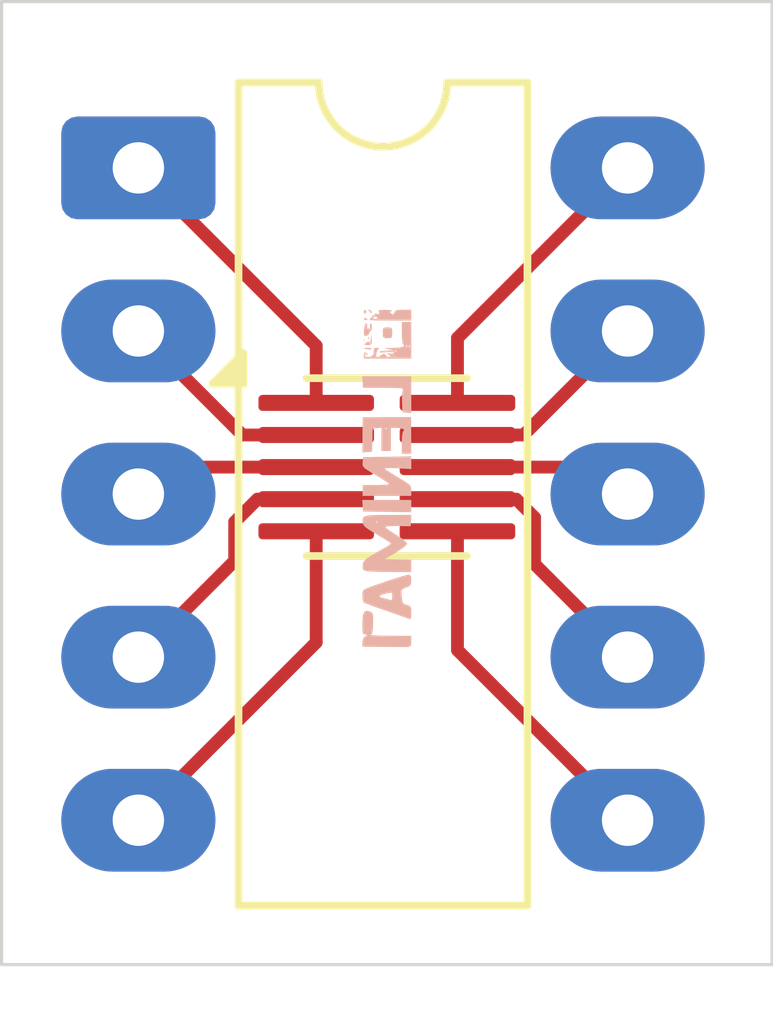
<source format=kicad_pcb>
(kicad_pcb (version 20241229) (generator "pcbnew") (generator_version "9.0")
  (layers (0 "F.Cu" signal) (2 "B.Cu" signal) (13 "F.Paste" user) (15 "B.Paste" user) (5 "F.SilkS" user "F.Silkscreen") (7 "B.SilkS" user "B.Silkscreen") (1 "F.Mask" user) (3 "B.Mask" user) (25 "Edge.Cuts" user))
  (net 0 "")
  (net 1 "6")
  (net 2 "3")
  (net 3 "9")
  (net 4 "10")
  (net 5 "5")
  (net 6 "2")
  (net 7 "8")
  (net 8 "1")
  (net 9 "7")
  (net 10 "4")
  (footprint "Package_DIP:DIP-10_W7.62mm_LongPads" (layer "F.Cu") (at 81.13 55.09)
    (property "Reference" "J1" (hide yes))
    (property "Value" "Conn_01x10")
    (fp_line (start 1.56 -1.33) (end 1.56 11.49) (stroke (width 0.12)) (layer "F.SilkS"))
    (fp_line (start 1.56 11.49) (end 6.06 11.49) (stroke (width 0.12)) (layer "F.SilkS"))
    (fp_line (start 2.81 -1.33) (end 1.56 -1.33) (stroke (width 0.12)) (layer "F.SilkS"))
    (fp_line (start 6.06 -1.33) (end 4.81 -1.33) (stroke (width 0.12)) (layer "F.SilkS"))
    (fp_line (start 6.06 11.49) (end 6.06 -1.33) (stroke (width 0.12)) (layer "F.SilkS"))
    (fp_arc (start 4.81 -1.33) (mid 3.81 -0.33) (end 2.81 -1.33) (stroke (width 0.12)) (layer "F.SilkS"))
    (pad "1" thru_hole roundrect (at 0 0) (size 2.4 1.6) (drill 0.8) (layers "*.Cu" "*.Mask") (roundrect_rratio 0.15625) (net 8 "1"))
    (pad "2" thru_hole oval (at 0 2.54) (size 2.4 1.6) (drill 0.8) (layers "*.Cu" "*.Mask") (net 6 "2"))
    (pad "3" thru_hole oval (at 0 5.08) (size 2.4 1.6) (drill 0.8) (layers "*.Cu" "*.Mask") (net 2 "3"))
    (pad "4" thru_hole oval (at 0 7.62) (size 2.4 1.6) (drill 0.8) (layers "*.Cu" "*.Mask") (net 10 "4"))
    (pad "5" thru_hole oval (at 0 10.16) (size 2.4 1.6) (drill 0.8) (layers "*.Cu" "*.Mask") (net 5 "5"))
    (pad "6" thru_hole oval (at 7.62 10.16) (size 2.4 1.6) (drill 0.8) (layers "*.Cu" "*.Mask") (net 1 "6"))
    (pad "7" thru_hole oval (at 7.62 7.62) (size 2.4 1.6) (drill 0.8) (layers "*.Cu" "*.Mask") (net 9 "7"))
    (pad "8" thru_hole oval (at 7.62 5.08) (size 2.4 1.6) (drill 0.8) (layers "*.Cu" "*.Mask") (net 7 "8"))
    (pad "9" thru_hole oval (at 7.62 2.54) (size 2.4 1.6) (drill 0.8) (layers "*.Cu" "*.Mask") (net 3 "9"))
    (pad "10" thru_hole oval (at 7.62 0) (size 2.4 1.6) (drill 0.8) (layers "*.Cu" "*.Mask") (net 4 "10"))
  )
  (footprint "Synth:Texas_DRX_WSON-10_2.5x2.5mm_P0.5mm_long-pads" (layer "F.Cu") (at 85 59.75)
    (property "Reference" "U1" (hide yes))
    (property "Value" "DAC80502")
    (fp_line (start -1.25 -1.385) (end 1.25 -1.385) (stroke (width 0.12)) (layer "F.SilkS"))
    (fp_line (start -1.25 1.385) (end 1.25 1.385) (stroke (width 0.12)) (layer "F.SilkS"))
    (fp_poly (pts (xy -2.235 -1.3) (xy -2.715 -1.3) (xy -2.235 -1.78) (xy -2.235 -1.3)) (stroke (width 0.12)) (fill yes) (layer "F.SilkS"))
    (pad "1" smd roundrect (at -1.1 -1) (size 1.8 0.25) (layers "F.Cu" "F.Mask" "F.Paste") (net 8 "1"))
    (pad "2" smd roundrect (at -1.1 -0.5) (size 1.8 0.25) (layers "F.Cu" "F.Mask" "F.Paste") (net 6 "2"))
    (pad "3" smd roundrect (at -1.1 0) (size 1.8 0.25) (layers "F.Cu" "F.Mask" "F.Paste") (net 2 "3"))
    (pad "4" smd roundrect (at -1.1 0.5) (size 1.8 0.25) (layers "F.Cu" "F.Mask" "F.Paste") (net 10 "4"))
    (pad "5" smd roundrect (at -1.1 1) (size 1.8 0.25) (layers "F.Cu" "F.Mask" "F.Paste") (net 5 "5"))
    (pad "6" smd roundrect (at 1.1 1) (size 1.8 0.25) (layers "F.Cu" "F.Mask" "F.Paste") (net 1 "6"))
    (pad "7" smd roundrect (at 1.1 0.5) (size 1.8 0.25) (layers "F.Cu" "F.Mask" "F.Paste") (net 9 "7"))
    (pad "8" smd roundrect (at 1.1 0) (size 1.8 0.25) (layers "F.Cu" "F.Mask" "F.Paste") (net 7 "8"))
    (pad "9" smd roundrect (at 1.1 -0.5) (size 1.8 0.25) (layers "F.Cu" "F.Mask" "F.Paste") (net 3 "9"))
    (pad "10" smd roundrect (at 1.1 -1) (size 1.8 0.25) (layers "F.Cu" "F.Mask" "F.Paste") (net 4 "10"))
  )
  (footprint "Synth:lenimal_logo_full" (layer "B.Cu") (at 85 60 -90)
    (property "Reference" "G***" (hide yes))
    (property "Value" "LOGO" (hide yes))
    (fp_poly (pts (xy -2.214562 0.34925) (xy -2.225145 0.338667) (xy -2.235728 0.34925) (xy -2.225145 0.359834)) (fill yes) (layer "B.SilkS"))
    (fp_poly (pts (xy -2.242784 0.289278) (xy -2.24569 0.276695) (xy -2.256895 0.275167) (xy -2.274318 0.282912) (xy -2.271006 0.289278) (xy -2.245886 0.291812)) (fill yes) (layer "B.SilkS"))
    (fp_poly (pts (xy 0.351896 0.376926) (xy 0.441854 0.370417) (xy 0.447634 -0.00529) (xy 0.453414 -0.380999) (xy 0.357676 -0.380999) (xy 0.261937 -0.380999) (xy 0.261937 0.001218) (xy 0.261937 0.383435)) (fill yes) (layer "B.SilkS"))
    (fp_poly (pts (xy -2.641477 0.348404) (xy -2.637895 0.338667) (xy -2.655039 0.319889) (xy -2.669645 0.3175) (xy -2.697813 0.32893) (xy -2.701395 0.338667) (xy -2.684251 0.357446) (xy -2.669645 0.359834)) (fill yes) (layer "B.SilkS"))
    (fp_poly (pts (xy -2.541093 0.342639) (xy -2.539117 0.328084) (xy -2.541575 0.29932) (xy -2.555004 0.305276) (xy -2.560284 0.310445) (xy -2.573899 0.339349) (xy -2.562784 0.358898) (xy -2.556756 0.359834)) (fill yes) (layer "B.SilkS"))
    (fp_poly (pts (xy -2.68495 0.28575) (xy -2.654606 0.252728) (xy -2.649996 0.248709) (xy -2.649812 0.235507) (xy -2.666117 0.232834) (xy -2.69585 0.25007) (xy -2.701071 0.269875) (xy -2.694282 0.291528)) (fill yes) (layer "B.SilkS"))
    (fp_poly (pts (xy -2.092124 0.341512) (xy -2.083196 0.297341) (xy -2.083047 0.296334) (xy -2.081533 0.252066) (xy -2.090752 0.232858) (xy -2.091228 0.232834) (xy -2.10352 0.251242) (xy -2.108727 0.295589) (xy -2.108728 0.296334) (xy -2.106354 0.340959) (xy -2.100634 0.35983) (xy -2.100548 0.359834)) (fill yes) (layer "B.SilkS"))
    (fp_poly (pts (xy -2.152537 0.337725) (xy -2.151062 0.297846) (xy -2.15375 0.257202) (xy -2.169682 0.239086) (xy -2.210656 0.235437) (xy -2.24102 0.236392) (xy -2.330978 0.23995) (xy -2.247524 0.248496) (xy -2.196258 0.257564) (xy -2.186929 0.270039) (xy -2.192748 0.274767) (xy -2.209233 0.29389) (xy -2.193037 0.320686) (xy -2.186245 0.327675) (xy -2.161922 0.348246)) (fill yes) (layer "B.SilkS"))
    (fp_poly (pts (xy -2.287353 0.061258) (xy -2.263262 0.04741) (xy -2.257084 0.011277) (xy -2.256895 -0.010582) (xy -2.259458 -0.058015) (xy -2.275285 -0.079094) (xy -2.316579 -0.0845) (xy -2.341562 -0.084665) (xy -2.395771 -0.082423) (xy -2.419862 -0.068575) (xy -2.426039 -0.032442) (xy -2.426228 -0.010582) (xy -2.423665 0.03685) (xy -2.407839 0.05793) (xy -2.366545 0.063335) (xy -2.341562 0.0635)) (fill yes) (layer "B.SilkS"))
    (fp_poly (pts (xy -1.57427 0.376926) (xy -1.484312 0.370417) (xy -1.484312 0.049396) (xy -1.48347 -0.079247) (xy -1.480733 -0.169519) (xy -1.47578 -0.225353) (xy -1.468292 -0.250681) (xy -1.45986 -0.251302) (xy -1.428176 -0.242398) (xy -1.366413 -0.237218) (xy -1.286733 -0.236661) (xy -1.26936 -0.237197) (xy -1.103312 -0.243415) (xy -1.096679 -0.312207) (xy -1.090046 -0.380999) (xy -1.377137 -0.380999) (xy -1.664228 -0.380999) (xy -1.664228 0.001218) (xy -1.664228 0.383435)) (fill yes) (layer "B.SilkS"))
    (fp_poly (pts (xy -2.295673 0.349644) (xy -2.290157 0.33171) (xy -2.293118 0.317415) (xy -2.314391 0.283062) (xy -2.333447 0.275167) (xy -2.359993 0.262908) (xy -2.362728 0.254) (xy -2.381122 0.239139) (xy -2.425438 0.232835) (xy -2.426228 0.232834) (xy -2.470826 0.238118) (xy -2.489724 0.250849) (xy -2.489728 0.251065) (xy -2.471839 0.261325) (xy -2.43152 0.259991) (xy -2.395183 0.257193) (xy -2.39731 0.267308) (xy -2.402165 0.270948) (xy -2.420428 0.290223) (xy -2.402165 0.304482) (xy -2.398481 0.310556) (xy -2.429045 0.307106) (xy -2.43152 0.306641) (xy -2.477589 0.305759) (xy -2.489728 0.323078) (xy -2.484543 0.328084) (xy -2.468562 0.328084) (xy -2.457978 0.3175) (xy -2.447395 0.328084) (xy -2.457978 0.338667) (xy -2.468562 0.328084) (xy -2.484543 0.328084) (xy -2.469128 0.342967) (xy -2.407732 0.353847) (xy -2.385899 0.355145) (xy -2.324433 0.356173)) (fill yes) (layer "B.SilkS"))
    (fp_poly (pts (xy -0.482918 0.304486) (xy -0.489478 0.228261) (xy -0.669395 0.225256) (xy -0.849312 0.22225) (xy -0.855945 0.153459) (xy -0.862577 0.084667) (xy -0.68132 0.084667) (xy -0.500062 0.084667) (xy -0.500062 0.010584) (xy -0.500062 -0.063499) (xy -0.679978 -0.063499) (xy -0.859895 -0.063499) (xy -0.859895 -0.1575) (xy -0.854373 -0.222994) (xy -0.840023 -0.261997) (xy -0.820172 -0.268394) (xy -0.807192 -0.254344) (xy -0.781132 -0.244242) (xy -0.723894 -0.236685) (xy -0.646614 -0.232996) (xy -0.625813 -0.232832) (xy -0.457728 -0.232832) (xy -0.457728 -0.30694) (xy -0.457728 -0.381047) (xy -0.743965 -0.37962) (xy -1.030202 -0.378194) (xy -1.028217 -0.000583) (xy -1.028159 0.010584) (xy -0.859895 0.010584) (xy -0.849312 0.000001) (xy -0.838728 0.010584) (xy -0.849312 0.021167) (xy -0.859895 0.010584) (xy -1.028159 0.010584) (xy -1.026233 0.377026) (xy -0.751295 0.378869) (xy -0.476357 0.380711)) (fill yes) (layer "B.SilkS"))
    (fp_poly (pts (xy -0.266007 0.372891) (xy -0.240831 0.353732) (xy -0.211025 0.315017) (xy -0.170427 0.250657) (xy -0.12837 0.180521) (xy -0.078097 0.097917) (xy -0.034548 0.029382) (xy -0.002859 -0.017182) (xy 0.010888 -0.033572) (xy 0.018514 -0.018842) (xy 0.024571 0.029857) (xy 0.028294 0.104173) (xy 0.029104 0.165589) (xy 0.029104 0.37601) (xy 0.113771 0.377179) (xy 0.198437 0.378347) (xy 0.198437 -0.001325) (xy 0.198437 -0.380999) (xy 0.114743 -0.380999) (xy 0.077621 -0.379839) (xy 0.049088 -0.372152) (xy 0.02276 -0.351628) (xy -0.00775 -0.311955) (xy -0.048826 -0.246822) (xy -0.08929 -0.179341) (xy -0.139243 -0.097132) (xy -0.182252 -0.029125) (xy -0.21323 0.016808) (xy -0.226223 0.032571) (xy -0.232078 0.017423) (xy -0.234707 -0.031594) (xy -0.233906 -0.106128) (xy -0.23119 -0.169086) (xy -0.219563 -0.380999) (xy -0.318622 -0.380999) (xy -0.41768 -0.380999) (xy -0.411246 -0.00529) (xy -0.404812 0.370417) (xy -0.327112 0.376887) (xy -0.292714 0.37858)) (fill yes) (layer "B.SilkS"))
    (fp_poly (pts (xy 2.550583 0.052917) (xy 2.551499 -0.062642) (xy 2.552278 -0.164618) (xy 2.552859 -0.244856) (xy 2.553182 -0.2952) (xy 2.553229 -0.306915) (xy 2.549055 -0.353555) (xy 2.5288 -0.375019) (xy 2.480863 -0.38086) (xy 2.463271 -0.380999) (xy 2.378604 -0.380999) (xy 2.376149 -0.047624) (xy 2.374786 0.062569) (xy 2.372596 0.153117) (xy 2.369818 0.217828) (xy 2.366694 0.250507) (xy 2.364547 0.251478) (xy 2.351575 0.233549) (xy 2.318912 0.222337) (xy 2.258427 0.216112) (xy 2.186711 0.213604) (xy 2.102151 0.212668) (xy 2.050262 0.215846) (xy 2.021418 0.225444) (xy 2.005997 0.243773) (xy 1.999731 0.25846) (xy 1.987524 0.312128) (xy 2.001578 0.348359) (xy 2.046206 0.369946) (xy 2.125718 0.379682) (xy 2.188849 0.381) (xy 2.272767 0.380265) (xy 2.32307 0.376433) (xy 2.348472 0.367068) (xy 2.357685 0.349733) (xy 2.359108 0.333375) (xy 2.363562 0.305352) (xy 2.372866 0.3175) (xy 2.405061 0.361221) (xy 2.463309 0.379447) (xy 2.489729 0.380676) (xy 2.547937 0.381)) (fill yes) (layer "B.SilkS"))
    (fp_poly (pts (xy -2.538386 0.255201) (xy -2.535575 0.200099) (xy -2.533463 0.117061) (xy -2.53226 0.013283) (xy -2.532062 -0.052915) (xy -2.532062 -0.380999) (xy -2.616728 -0.380999) (xy -2.701395 -0.380999) (xy -2.701395 -0.255425) (xy -2.699385 -0.183364) (xy -2.691093 -0.142652) (xy -2.673125 -0.122402) (xy -2.657947 -0.116062) (xy -2.628455 -0.10042) (xy -2.63622 -0.076337) (xy -2.641076 -0.07025) (xy -2.663987 -0.05021) (xy -2.679261 -0.068132) (xy -2.683036 -0.077322) (xy -2.690863 -0.079389) (xy -2.69624 -0.045169) (xy -2.698238 0.019317) (xy -2.698236 0.021167) (xy -2.696756 0.086603) (xy -2.693044 0.126988) (xy -2.687898 0.133778) (xy -2.687773 0.133481) (xy -2.662737 0.117786) (xy -2.645336 0.120552) (xy -2.6262 0.135745) (xy -2.638024 0.148247) (xy -2.644537 0.170593) (xy -2.637813 0.179917) (xy -2.595562 0.179917) (xy -2.584132 0.151749) (xy -2.574395 0.148167) (xy -2.555617 0.165311) (xy -2.553228 0.179917) (xy -2.564658 0.208085) (xy -2.574395 0.211667) (xy -2.593174 0.194523) (xy -2.595562 0.179917) (xy -2.637813 0.179917) (xy -2.615843 0.210385) (xy -2.607087 0.219385) (xy -2.568505 0.255642) (xy -2.543966 0.274437) (xy -2.541683 0.275167)) (fill yes) (layer "B.SilkS"))
    (fp_poly (pts (xy 1.814004 0.376274) (xy 1.854023 0.364394) (xy 1.860801 0.358572) (xy 1.872216 0.331778) (xy 1.894771 0.27229) (xy 1.92578 0.187423) (xy 1.962554 0.084495) (xy 1.987142 0.014613) (xy 2.026377 -0.09723) (xy 2.061559 -0.196948) (xy 2.089946 -0.276805) (xy 2.108791 -0.329064) (xy 2.114378 -0.343957) (xy 2.117919 -0.365839) (xy 2.100124 -0.37695) (xy 2.052324 -0.38075) (xy 2.021641 -0.380999) (xy 1.95774 -0.37929) (xy 1.923433 -0.369504) (xy 1.905994 -0.344651) (xy 1.896403 -0.312207) (xy 1.882781 -0.271762) (xy 1.860547 -0.249588) (xy 1.817314 -0.238035) (xy 1.766566 -0.232034) (xy 1.706367 -0.22631) (xy 1.669923 -0.229793) (xy 1.6468 -0.250447) (xy 1.62656 -0.296238) (xy 1.606057 -0.35454) (xy 1.580133 -0.372001) (xy 1.526083 -0.380661) (xy 1.511435 -0.380999) (xy 1.455694 -0.377456) (xy 1.430961 -0.363239) (xy 1.426104 -0.339244) (xy 1.432931 -0.302621) (xy 1.451765 -0.233938) (xy 1.480138 -0.140915) (xy 1.503474 -0.068732) (xy 1.705162 -0.068732) (xy 1.718131 -0.082416) (xy 1.751094 -0.084709) (xy 1.767035 -0.084665) (xy 1.811506 -0.080507) (xy 1.822886 -0.063812) (xy 1.81847 -0.047624) (xy 1.803354 0.001391) (xy 1.792305 0.048066) (xy 1.776353 0.10117) (xy 1.75863 0.112047) (xy 1.739392 0.080756) (xy 1.724884 0.032698) (xy 1.708608 -0.033685) (xy 1.705162 -0.068732) (xy 1.503474 -0.068732) (xy 1.515583 -0.031275) (xy 1.555633 0.087261) (xy 1.597817 0.206973) (xy 1.620797 0.269875) (xy 1.645583 0.333003) (xy 1.667402 0.366102) (xy 1.697918 0.378868) (xy 1.748794 0.380999) (xy 1.754459 0.381)) (fill yes) (layer "B.SilkS"))
    (fp_poly (pts (xy 0.597033 0.376822) (xy 0.630504 0.371941) (xy 0.658245 0.359551) (xy 0.686072 0.333299) (xy 0.719803 0.286834) (xy 0.765253 0.213801) (xy 0.800649 0.154453) (xy 0.851434 0.070312) (xy 0.89479 0.001321) (xy 0.926087 -0.045343) (xy 0.940642 -0.062505) (xy 0.957265 -0.046406) (xy 0.983073 -0.005389) (xy 0.988855 0.005292) (xy 1.017571 0.056769) (xy 1.060217 0.129736) (xy 1.108333 0.209754) (xy 1.115976 0.22225) (xy 1.163152 0.296478) (xy 1.198105 0.341486) (xy 1.229184 0.365052) (xy 1.264737 0.374956) (xy 1.281854 0.376816) (xy 1.332858 0.37744) (xy 1.357309 0.360524) (xy 1.37032 0.315961) (xy 1.375127 0.271023) (xy 1.379175 0.193344) (xy 1.382125 0.092516) (xy 1.383641 -0.02187) (xy 1.383771 -0.066145) (xy 1.383771 -0.380999) (xy 1.289287 -0.380999) (xy 1.194804 -0.380999) (xy 1.188746 -0.174624) (xy 1.182687 0.03175) (xy 1.080134 -0.142874) (xy 1.025009 -0.230402) (xy 0.979577 -0.289806) (xy 0.947474 -0.316478) (xy 0.942326 -0.317499) (xy 0.913823 -0.299292) (xy 0.871111 -0.248117) (xy 0.81836 -0.16914) (xy 0.805593 -0.148165) (xy 0.759369 -0.074402) (xy 0.71949 -0.016898) (xy 0.691772 0.016246) (xy 0.684018 0.021167) (xy 0.675257 0.00138) (xy 0.669467 -0.052587) (xy 0.66732 -0.132646) (xy 0.667714 -0.174624) (xy 0.671509 -0.370415) (xy 0.58314 -0.376924) (xy 0.494771 -0.383433) (xy 0.49506 -0.048841) (xy 0.495556 0.096959) (xy 0.496717 0.15875) (xy 0.600604 0.15875) (xy 0.611187 0.148167) (xy 0.621771 0.15875) (xy 0.611187 0.169334) (xy 0.600604 0.15875) (xy 0.496717 0.15875) (xy 0.497599 0.205704) (xy 0.502455 0.282666) (xy 0.511385 0.333124) (xy 0.525655 0.362351) (xy 0.546527 0.375623) (xy 0.575266 0.378216)) (fill yes) (layer "B.SilkS"))
    (fp_poly (pts (xy -1.939395 -0.010582) (xy -1.939395 -0.380999) (xy -2.225145 -0.380999) (xy -2.510895 -0.380999) (xy -2.510895 -0.345721) (xy -2.144006 -0.345721) (xy -2.141101 -0.358305) (xy -2.129895 -0.359832) (xy -2.112473 -0.352088) (xy -2.115784 -0.345721) (xy -2.140904 -0.343188) (xy -2.144006 -0.345721) (xy -2.510895 -0.345721) (xy -2.510895 -0.306915) (xy -2.510895 -0.303388) (xy -2.144006 -0.303388) (xy -2.141101 -0.315971) (xy -2.129895 -0.317499) (xy -2.112473 -0.309754) (xy -2.115784 -0.303388) (xy -2.140904 -0.300854) (xy -2.144006 -0.303388) (xy -2.510895 -0.303388) (xy -2.510895 -0.232832) (xy -2.342811 -0.232832) (xy -2.262309 -0.235368) (xy -2.199108 -0.242096) (xy -2.164347 -0.251695) (xy -2.161432 -0.254344) (xy -2.140146 -0.271159) (xy -2.123194 -0.24827) (xy -2.111415 -0.188163) (xy -2.108338 -0.137582) (xy -2.066395 -0.137582) (xy -2.055812 -0.148165) (xy -2.045228 -0.137582) (xy -2.055812 -0.126999) (xy -2.066395 -0.137582) (xy -2.108338 -0.137582) (xy -2.105646 -0.093324) (xy -2.105549 -0.088708) (xy -2.103614 -0.010915) (xy -2.101093 0.027693) (xy -2.097149 0.030266) (xy -2.090942 -0.000048) (xy -2.087562 -0.021165) (xy -2.072753 -0.116415) (xy -1.981728 -0.116415) (xy -1.971145 -0.126999) (xy -1.960562 -0.116415) (xy -1.971145 -0.105832) (xy -1.981728 -0.116415) (xy -2.072753 -0.116415) (xy -2.066928 -0.026457) (xy -2.062023 0.043986) (xy -2.057549 0.083638) (xy -2.051451 0.103968) (xy -2.041672 0.116445) (xy -2.041236 0.116882) (xy -2.035264 0.106254) (xy -2.034913 0.063673) (xy -2.038607 0.015707) (xy -2.041885 -0.050693) (xy -2.037533 -0.097984) (xy -2.030554 -0.112403) (xy -2.019053 -0.103552) (xy -2.018885 -0.062716) (xy -2.019581 -0.057089) (xy -2.024236 -0.012853) (xy -2.017949 -0.005658) (xy -1.996095 -0.030686) (xy -1.995258 -0.031749) (xy -1.970831 -0.058963) (xy -1.962172 -0.052727) (xy -1.961235 -0.038092) (xy -1.977298 0.001864) (xy -1.995413 0.017401) (xy -2.017961 0.034707) (xy -2.014378 0.057507) (xy -1.995413 0.086662) (xy -1.97006 0.127642) (xy -1.960562 0.15157) (xy -1.977104 0.164078) (xy -2.015289 0.162893) (xy -2.057951 0.15124) (xy -2.087927 0.132343) (xy -2.091366 0.127) (xy -2.102189 0.117751) (xy -2.10712 0.149893) (xy -2.107241 0.153873) (xy -2.10324 0.195242) (xy -2.080413 0.205988) (xy -2.055807 0.202899) (xy -2.005075 0.207665) (xy -1.981724 0.232843) (xy -1.96205 0.28943) (xy -1.969967 0.327166) (xy -1.997603 0.338343) (xy -2.022254 0.334742) (xy -2.008085 0.31929) (xy -2.002895 0.315565) (xy -1.983303 0.299288) (xy -1.999447 0.300769) (xy -2.001572 0.301337) (xy -2.036402 0.322358) (xy -2.034959 0.346694) (xy -1.99912 0.359716) (xy -1.994076 0.359834) (xy -1.939395 0.359834)) (fill yes) (layer "B.SilkS"))
  )
  (gr_rect (start 79 52.5) (end 91 67.5) (stroke (width 0.05)) (fill no) (layer "Edge.Cuts"))
  (segment (start 86.1 60.75) (end 86.1 62.6) (width 0.2) (layer "F.Cu") (net 1))
  (segment (start 86.1 62.6) (end 88.75 65.25) (width 0.2) (layer "F.Cu") (net 1))
  (segment (start 83.9 59.75) (end 81.55 59.75) (width 0.2) (layer "F.Cu") (net 2))
  (segment (start 81.55 59.75) (end 81.13 60.17) (width 0.2) (layer "F.Cu") (net 2))
  (segment (start 87.13 59.25) (end 88.75 57.63) (width 0.2) (layer "F.Cu") (net 3))
  (segment (start 86.1 59.25) (end 87.13 59.25) (width 0.2) (layer "F.Cu") (net 3))
  (segment (start 86.1 58.75) (end 86.1 57.74) (width 0.2) (layer "F.Cu") (net 4))
  (segment (start 86.1 57.74) (end 88.75 55.09) (width 0.2) (layer "F.Cu") (net 4))
  (segment (start 83.9 62.48) (end 81.13 65.25) (width 0.2) (layer "F.Cu") (net 5))
  (segment (start 83.9 60.75) (end 83.9 62.48) (width 0.2) (layer "F.Cu") (net 5))
  (segment (start 83.9 59.25) (end 82.75 59.25) (width 0.2) (layer "F.Cu") (net 6))
  (segment (start 82.75 59.25) (end 81.13 57.63) (width 0.2) (layer "F.Cu") (net 6))
  (segment (start 86.1 59.75) (end 88.33 59.75) (width 0.2) (layer "F.Cu") (net 7))
  (segment (start 88.33 59.75) (end 88.75 60.17) (width 0.2) (layer "F.Cu") (net 7))
  (segment (start 83.9 58.75) (end 83.9 57.86) (width 0.2) (layer "F.Cu") (net 8))
  (segment (start 83.9 57.86) (end 81.13 55.09) (width 0.2) (layer "F.Cu") (net 8))
  (segment (start 86.1 60.25) (end 87.015798 60.25) (width 0.2) (layer "F.Cu") (net 9))
  (segment (start 87.301 61.261) (end 88.75 62.71) (width 0.2) (layer "F.Cu") (net 9))
  (segment (start 87.301 60.535202) (end 87.301 61.261) (width 0.2) (layer "F.Cu") (net 9))
  (segment (start 87.015798 60.25) (end 87.301 60.535202) (width 0.2) (layer "F.Cu") (net 9))
  (segment (start 83.9 60.25) (end 82.984202 60.25) (width 0.2) (layer "F.Cu") (net 10))
  (segment (start 82.984202 60.25) (end 82.631 60.603202) (width 0.2) (layer "F.Cu") (net 10))
  (segment (start 82.631 61.209) (end 81.13 62.71) (width 0.2) (layer "F.Cu") (net 10))
  (segment (start 82.631 60.603202) (end 82.631 61.209) (width 0.2) (layer "F.Cu") (net 10))
)
</source>
